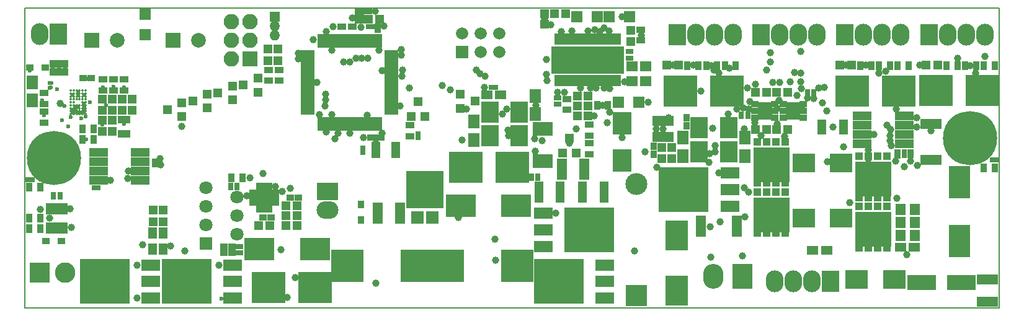
<source format=gbr>
G04 #@! TF.FileFunction,Soldermask,Top*
%FSLAX46Y46*%
G04 Gerber Fmt 4.6, Leading zero omitted, Abs format (unit mm)*
G04 Created by KiCad (PCBNEW 4.0.7) date 06/06/18 14:30:25*
%MOMM*%
%LPD*%
G01*
G04 APERTURE LIST*
%ADD10C,0.100000*%
%ADD11C,0.150000*%
%ADD12R,0.700000X0.750000*%
%ADD13R,0.750000X0.700000*%
%ADD14R,2.000000X2.000000*%
%ADD15C,2.000000*%
%ADD16R,1.200000X1.150000*%
%ADD17R,1.000000X0.900000*%
%ADD18R,4.150000X3.100000*%
%ADD19R,3.100000X4.150000*%
%ADD20R,1.650000X1.900000*%
%ADD21R,1.150000X1.200000*%
%ADD22R,0.900000X1.000000*%
%ADD23R,3.900000X2.000000*%
%ADD24R,1.650000X1.400000*%
%ADD25R,2.900000X1.400000*%
%ADD26R,2.900000X4.400000*%
%ADD27R,1.400000X1.650000*%
%ADD28R,1.200000X1.200000*%
%ADD29R,1.500000X1.500000*%
%ADD30R,1.300000X1.200000*%
%ADD31R,1.800000X1.670000*%
%ADD32R,5.120000X5.200000*%
%ADD33R,3.000000X3.000000*%
%ADD34O,3.000000X3.000000*%
%ADD35R,4.641800X4.210000*%
%ADD36R,0.700000X1.850000*%
%ADD37C,7.400000*%
%ADD38R,2.100000X2.100000*%
%ADD39O,2.100000X2.100000*%
%ADD40R,1.400000X1.400000*%
%ADD41O,1.400000X1.400000*%
%ADD42R,2.750000X3.400000*%
%ADD43O,2.750000X3.400000*%
%ADD44C,1.670000*%
%ADD45R,1.670000X1.670000*%
%ADD46R,2.400000X3.000000*%
%ADD47O,2.400000X3.000000*%
%ADD48R,0.680000X0.830000*%
%ADD49R,4.500000X4.500000*%
%ADD50R,1.300000X2.900000*%
%ADD51R,2.600000X3.100000*%
%ADD52R,3.100000X2.600000*%
%ADD53R,1.030000X0.850000*%
%ADD54R,1.200000X1.450000*%
%ADD55R,4.910000X4.750000*%
%ADD56R,1.100000X1.100000*%
%ADD57R,1.200000X1.300000*%
%ADD58R,2.600000X1.600000*%
%ADD59R,6.800000X6.200000*%
%ADD60R,0.830000X0.680000*%
%ADD61R,1.300000X0.900000*%
%ADD62R,0.900000X1.300000*%
%ADD63R,0.800000X1.000000*%
%ADD64R,1.000000X0.800000*%
%ADD65R,1.400000X2.900000*%
%ADD66R,1.700000X1.100000*%
%ADD67R,1.300000X2.100000*%
%ADD68R,2.599640X1.197560*%
%ADD69R,0.950000X1.900000*%
%ADD70R,1.900000X0.950000*%
%ADD71R,1.050000X1.620000*%
%ADD72R,1.213000X0.705000*%
%ADD73R,0.705000X1.213000*%
%ADD74R,2.254000X2.254000*%
%ADD75R,1.797000X1.797000*%
%ADD76C,1.797000*%
%ADD77C,0.355000*%
%ADD78R,1.050000X1.460000*%
%ADD79R,0.800000X1.500000*%
%ADD80R,1.500000X1.290000*%
%ADD81R,1.149300X0.699720*%
%ADD82R,3.000000X2.400000*%
%ADD83O,3.000000X2.400000*%
%ADD84C,2.800000*%
%ADD85R,2.800000X2.800000*%
%ADD86R,1.000000X0.850000*%
%ADD87R,0.850000X1.000000*%
%ADD88R,1.300000X1.600000*%
%ADD89R,1.600000X1.150000*%
%ADD90R,2.400000X2.900000*%
%ADD91C,1.000000*%
%ADD92C,0.600000*%
G04 APERTURE END LIST*
D10*
D11*
X25000000Y-164000000D02*
X25000000Y-123000000D01*
X158000000Y-164000000D02*
X25000000Y-164000000D01*
X158000000Y-123000000D02*
X158000000Y-164000000D01*
X25000000Y-123000000D02*
X158000000Y-123000000D01*
D12*
X35010000Y-147590000D03*
X34450000Y-147590000D03*
D13*
X145040000Y-142640000D03*
X145040000Y-143200000D03*
D14*
X45200000Y-127450000D03*
D15*
X48700000Y-127450000D03*
D12*
X70920000Y-123420000D03*
X70360000Y-123420000D03*
X70920000Y-124120000D03*
X70360000Y-124120000D03*
X70920000Y-124820000D03*
X70360000Y-124820000D03*
D16*
X71920000Y-124530000D03*
X73420000Y-124530000D03*
D12*
X71920000Y-125560000D03*
X72480000Y-125560000D03*
D13*
X71090000Y-142180000D03*
X71090000Y-142740000D03*
X78670000Y-140750000D03*
X78670000Y-140190000D03*
D16*
X62130000Y-151410000D03*
X60630000Y-151410000D03*
D17*
X61230000Y-148960000D03*
X62330000Y-148960000D03*
D16*
X62130000Y-150060000D03*
X60630000Y-150060000D03*
X62130000Y-152760000D03*
X60630000Y-152760000D03*
D17*
X57520000Y-151650000D03*
X58620000Y-151650000D03*
D16*
X58430000Y-152750000D03*
X56930000Y-152750000D03*
D18*
X64565000Y-155960000D03*
X57015000Y-155960000D03*
D17*
X52190000Y-156450000D03*
X53290000Y-156450000D03*
X52190000Y-155600000D03*
X53290000Y-155600000D03*
D19*
X113990000Y-161625000D03*
X113990000Y-154075000D03*
D18*
X84515000Y-150050000D03*
X92065000Y-150050000D03*
D12*
X88670000Y-133890000D03*
X89230000Y-133890000D03*
D14*
X34100000Y-127450000D03*
D15*
X37600000Y-127450000D03*
D20*
X25980000Y-135650000D03*
X25980000Y-133150000D03*
D21*
X35570000Y-135490000D03*
X35570000Y-136990000D03*
D22*
X30450000Y-131750000D03*
X30450000Y-130650000D03*
X29600000Y-131750000D03*
X29600000Y-130650000D03*
D17*
X34070000Y-132570000D03*
X32970000Y-132570000D03*
D22*
X28750000Y-131750000D03*
X28750000Y-130650000D03*
D21*
X36920000Y-135490000D03*
X36920000Y-136990000D03*
X38270000Y-135490000D03*
X38270000Y-136990000D03*
X39620000Y-135490000D03*
X39620000Y-136990000D03*
X35570000Y-138340000D03*
X35570000Y-139840000D03*
X36920000Y-138340000D03*
X36920000Y-139840000D03*
X113250000Y-142100000D03*
X113250000Y-143600000D03*
X111900000Y-142100000D03*
X111900000Y-143600000D03*
D22*
X110800000Y-143000000D03*
X110800000Y-141900000D03*
X115290000Y-137980000D03*
X115290000Y-139080000D03*
D16*
X127610000Y-139640000D03*
X129110000Y-139640000D03*
X126250000Y-134540000D03*
X124750000Y-134540000D03*
X127600000Y-134540000D03*
X129100000Y-134540000D03*
X126260000Y-139640000D03*
X124760000Y-139640000D03*
D12*
X157040000Y-143780000D03*
X157600000Y-143780000D03*
D16*
X98820000Y-123750000D03*
X97320000Y-123750000D03*
D21*
X95970000Y-123750000D03*
X95970000Y-125250000D03*
D23*
X147440000Y-160510000D03*
X152840000Y-160510000D03*
D24*
X109740000Y-133010000D03*
X109740000Y-131010000D03*
X107910000Y-133010000D03*
X107910000Y-131010000D03*
D16*
X100390000Y-136390000D03*
X101890000Y-136390000D03*
D25*
X156400000Y-163150000D03*
X156400000Y-160150000D03*
D26*
X152590000Y-146820000D03*
X152590000Y-154820000D03*
D27*
X144490000Y-154130000D03*
X146490000Y-154130000D03*
X144490000Y-152330000D03*
X146490000Y-152330000D03*
X144490000Y-150530000D03*
X146490000Y-150530000D03*
D16*
X100380000Y-135030000D03*
X101880000Y-135030000D03*
X100390000Y-137750000D03*
X101890000Y-137750000D03*
D21*
X107680000Y-127610000D03*
X107680000Y-126110000D03*
D28*
X59540000Y-130250000D03*
X59540000Y-128650000D03*
D29*
X41400000Y-126700000D03*
X41400000Y-123900000D03*
D30*
X46430000Y-137840000D03*
X46430000Y-135940000D03*
X44430000Y-136890000D03*
X49890000Y-136690000D03*
X49890000Y-134790000D03*
X47890000Y-135740000D03*
X53340000Y-135590000D03*
X53340000Y-133690000D03*
X51340000Y-134640000D03*
X56790000Y-134500000D03*
X56790000Y-132600000D03*
X54790000Y-133550000D03*
D31*
X80620000Y-151660000D03*
D32*
X79580000Y-147860000D03*
D31*
X78540000Y-151660000D03*
D33*
X108490000Y-162350000D03*
D34*
X108490000Y-147110000D03*
D28*
X114240000Y-130850000D03*
X112640000Y-130850000D03*
X58190000Y-130250000D03*
X58190000Y-128650000D03*
X149600000Y-130850000D03*
X148000000Y-130850000D03*
X137840000Y-130850000D03*
X136240000Y-130850000D03*
D29*
X100320000Y-124250000D03*
X103120000Y-124250000D03*
X107560000Y-124250000D03*
X104760000Y-124250000D03*
X105970000Y-135890000D03*
X108770000Y-135890000D03*
D35*
X58272300Y-161210000D03*
X64647700Y-161210000D03*
X120817700Y-134340000D03*
X114442300Y-134340000D03*
X149322300Y-134320000D03*
X155697700Y-134320000D03*
X137892300Y-134330000D03*
X144267700Y-134330000D03*
D36*
X96670000Y-139530000D03*
X96170000Y-139530000D03*
X95670000Y-139530000D03*
X95170000Y-139530000D03*
X94670000Y-139530000D03*
X94670000Y-143930000D03*
X95170000Y-143930000D03*
X95670000Y-143930000D03*
X96170000Y-143930000D03*
X96670000Y-143930000D03*
D37*
X154010000Y-140810000D03*
D38*
X55690000Y-129950000D03*
D39*
X53150000Y-129950000D03*
X55690000Y-127410000D03*
X53150000Y-127410000D03*
X55690000Y-124870000D03*
X53150000Y-124870000D03*
D40*
X59090000Y-124250000D03*
D41*
X59090000Y-125520000D03*
X59090000Y-126790000D03*
D42*
X122950000Y-159700000D03*
D43*
X118990000Y-159700000D03*
D44*
X84690000Y-126480000D03*
X87230000Y-126480000D03*
X89770000Y-126480000D03*
D45*
X84690000Y-129020000D03*
D44*
X87230000Y-129020000D03*
X89770000Y-129020000D03*
D46*
X125520000Y-126650000D03*
D47*
X128060000Y-126650000D03*
X130600000Y-126650000D03*
X133140000Y-126650000D03*
D46*
X114080000Y-126650000D03*
D47*
X116620000Y-126650000D03*
X119160000Y-126650000D03*
X121700000Y-126650000D03*
D46*
X136950000Y-126650000D03*
D47*
X139490000Y-126650000D03*
X142030000Y-126650000D03*
X144570000Y-126650000D03*
D46*
X148400000Y-126650000D03*
D47*
X150940000Y-126650000D03*
X153480000Y-126650000D03*
X156020000Y-126650000D03*
D48*
X71560000Y-123470000D03*
X72080000Y-123470000D03*
D49*
X78510000Y-158250000D03*
X69010000Y-158250000D03*
D50*
X98040000Y-148200000D03*
X95140000Y-148200000D03*
D49*
X92240000Y-158250000D03*
X82740000Y-158250000D03*
D50*
X101120000Y-148200000D03*
X104020000Y-148200000D03*
D51*
X106500000Y-143850000D03*
X106500000Y-138750000D03*
D52*
X136400000Y-144150000D03*
X131300000Y-144150000D03*
X136400000Y-151700000D03*
X131300000Y-151700000D03*
X143650000Y-160150000D03*
X138550000Y-160150000D03*
D53*
X131200000Y-138040000D03*
X131200000Y-137090000D03*
X131200000Y-136140000D03*
X128520000Y-136140000D03*
X128520000Y-137090000D03*
X128520000Y-138040000D03*
D54*
X129460000Y-136565000D03*
X129460000Y-137615000D03*
X130260000Y-136565000D03*
X130260000Y-137615000D03*
D53*
X127350000Y-138040000D03*
X127350000Y-137090000D03*
X127350000Y-136140000D03*
X124670000Y-136140000D03*
X124670000Y-137090000D03*
X124670000Y-138040000D03*
D54*
X125610000Y-136565000D03*
X125610000Y-137615000D03*
X126410000Y-136565000D03*
X126410000Y-137615000D03*
D55*
X126900000Y-151290000D03*
D56*
X126265000Y-148160000D03*
X127535000Y-148160000D03*
X128805000Y-148160000D03*
X124995000Y-148160000D03*
X124995000Y-153760000D03*
X128805000Y-153760000D03*
X127535000Y-153760000D03*
X126265000Y-153760000D03*
D55*
X126900000Y-144440000D03*
D56*
X126265000Y-141310000D03*
X127535000Y-141310000D03*
X128805000Y-141310000D03*
X124995000Y-141310000D03*
X124995000Y-146910000D03*
X128805000Y-146910000D03*
X127535000Y-146910000D03*
X126265000Y-146910000D03*
D55*
X140790000Y-153280000D03*
D56*
X140155000Y-150150000D03*
X141425000Y-150150000D03*
X142695000Y-150150000D03*
X138885000Y-150150000D03*
X138885000Y-155750000D03*
X142695000Y-155750000D03*
X141425000Y-155750000D03*
X140155000Y-155750000D03*
D55*
X140790000Y-146430000D03*
D56*
X140155000Y-143300000D03*
X141425000Y-143300000D03*
X142695000Y-143300000D03*
X138885000Y-143300000D03*
X138885000Y-148900000D03*
X142695000Y-148900000D03*
X141425000Y-148900000D03*
X140155000Y-148900000D03*
D57*
X77690000Y-137800000D03*
X79590000Y-137800000D03*
X78640000Y-135800000D03*
D58*
X53340000Y-162680000D03*
X53340000Y-160400000D03*
X53340000Y-158120000D03*
D59*
X47040000Y-160400000D03*
D58*
X42190000Y-162680000D03*
X42190000Y-160400000D03*
X42190000Y-158120000D03*
D59*
X35890000Y-160400000D03*
D57*
X98370000Y-142800000D03*
X100270000Y-142800000D03*
X99320000Y-140800000D03*
D58*
X95740000Y-151070000D03*
X95740000Y-153350000D03*
X95740000Y-155630000D03*
D59*
X102040000Y-153350000D03*
D58*
X104140000Y-162680000D03*
X104140000Y-160400000D03*
X104140000Y-158120000D03*
D59*
X97840000Y-160400000D03*
D58*
X121240000Y-150080000D03*
X121240000Y-147800000D03*
X121240000Y-145520000D03*
D59*
X114940000Y-147800000D03*
D60*
X145910000Y-142690000D03*
X145910000Y-143210000D03*
D61*
X59690000Y-132950000D03*
X59690000Y-131450000D03*
D60*
X42740000Y-144480000D03*
X42740000Y-143960000D03*
X144120000Y-143220000D03*
X144120000Y-142700000D03*
D48*
X69910000Y-125560000D03*
X69390000Y-125560000D03*
X67970000Y-125580000D03*
X68490000Y-125580000D03*
D60*
X73190000Y-125520000D03*
X73190000Y-126040000D03*
D48*
X72090000Y-140710000D03*
X72610000Y-140710000D03*
X73770000Y-140700000D03*
X73250000Y-140700000D03*
D61*
X77590000Y-140550000D03*
X77590000Y-139050000D03*
D62*
X25600000Y-153190000D03*
X27100000Y-153190000D03*
X27100000Y-151740000D03*
X25600000Y-151740000D03*
D63*
X28900000Y-148700000D03*
X29800000Y-148700000D03*
X53050000Y-147410000D03*
X53950000Y-147410000D03*
D64*
X54240000Y-156500000D03*
X54240000Y-155600000D03*
D63*
X94120000Y-146100000D03*
X95020000Y-146100000D03*
D62*
X54700000Y-146210000D03*
X53200000Y-146210000D03*
D65*
X117290000Y-152850000D03*
X122190000Y-152850000D03*
D61*
X27600000Y-137200000D03*
X27600000Y-138700000D03*
D62*
X32870000Y-140980000D03*
X34370000Y-140980000D03*
X32870000Y-139530000D03*
X34370000Y-139530000D03*
D61*
X27600000Y-136150000D03*
X27600000Y-134650000D03*
D62*
X155900000Y-144850000D03*
X157400000Y-144850000D03*
D66*
X38520000Y-140190000D03*
X38520000Y-138290000D03*
D61*
X37070000Y-132790000D03*
X37070000Y-134290000D03*
X35620000Y-132790000D03*
X35620000Y-134290000D03*
X38520000Y-132790000D03*
X38520000Y-134290000D03*
D67*
X136710000Y-139240000D03*
X133810000Y-139240000D03*
D63*
X123680000Y-137710000D03*
X122780000Y-137710000D03*
D25*
X148690000Y-143770000D03*
X148690000Y-138870000D03*
D63*
X131820000Y-134630000D03*
X132720000Y-134630000D03*
D62*
X120540000Y-130900000D03*
X122040000Y-130900000D03*
X117990000Y-130900000D03*
X119490000Y-130900000D03*
X157400000Y-130890000D03*
X155900000Y-130890000D03*
X154850000Y-130890000D03*
X153350000Y-130890000D03*
X144140000Y-130900000D03*
X145640000Y-130900000D03*
X141590000Y-130900000D03*
X143090000Y-130900000D03*
D61*
X58240000Y-132950000D03*
X58240000Y-131450000D03*
D62*
X115440000Y-130900000D03*
X116940000Y-130900000D03*
X152300000Y-130890000D03*
X150800000Y-130890000D03*
X139040000Y-130900000D03*
X140540000Y-130900000D03*
D64*
X107490000Y-129850000D03*
X107490000Y-128950000D03*
D62*
X104610000Y-136340000D03*
X103110000Y-136340000D03*
D61*
X102000000Y-143000000D03*
X102000000Y-141500000D03*
X102000000Y-138950000D03*
X102000000Y-140450000D03*
X98960000Y-135440000D03*
X98960000Y-136940000D03*
X109090000Y-125950000D03*
X109090000Y-127450000D03*
D64*
X97750000Y-135290000D03*
X97750000Y-136190000D03*
D68*
X40767660Y-146582460D03*
X40767660Y-145312460D03*
X40767660Y-144047540D03*
X40767660Y-142777540D03*
X35032340Y-142777540D03*
X35032340Y-144047540D03*
X35032340Y-145312460D03*
X35032340Y-146582460D03*
X145057660Y-141582460D03*
X145057660Y-140312460D03*
X145057660Y-139047540D03*
X145057660Y-137777540D03*
X139322340Y-137777540D03*
X139322340Y-139047540D03*
X139322340Y-140312460D03*
X139322340Y-141582460D03*
D69*
X65330000Y-138890000D03*
X66130000Y-138890000D03*
X66930000Y-138890000D03*
X67730000Y-138890000D03*
X68530000Y-138890000D03*
X69330000Y-138890000D03*
X70130000Y-138890000D03*
X70930000Y-138890000D03*
X71730000Y-138890000D03*
X72530000Y-138890000D03*
X73330000Y-138890000D03*
D70*
X75030000Y-137190000D03*
X75030000Y-136390000D03*
X75030000Y-135590000D03*
X75030000Y-134790000D03*
X75030000Y-133990000D03*
X75030000Y-133190000D03*
X75030000Y-132390000D03*
X75030000Y-131590000D03*
X75030000Y-130790000D03*
X75030000Y-129990000D03*
X75030000Y-129190000D03*
D69*
X73330000Y-127490000D03*
X72530000Y-127490000D03*
X71730000Y-127490000D03*
X70930000Y-127490000D03*
X70130000Y-127490000D03*
X69330000Y-127490000D03*
X68530000Y-127490000D03*
X67730000Y-127490000D03*
X66930000Y-127490000D03*
X66130000Y-127490000D03*
X65330000Y-127490000D03*
D70*
X63630000Y-129190000D03*
X63630000Y-129990000D03*
X63630000Y-130790000D03*
X63630000Y-131590000D03*
X63630000Y-132390000D03*
X63630000Y-133190000D03*
X63630000Y-133990000D03*
X63630000Y-134790000D03*
X63630000Y-135590000D03*
X63630000Y-136390000D03*
X63630000Y-137190000D03*
D71*
X28400000Y-153040000D03*
X29350000Y-153040000D03*
X30300000Y-153040000D03*
X30300000Y-150420000D03*
X29350000Y-150420000D03*
X28400000Y-150420000D03*
D72*
X56202000Y-148160000D03*
X56202000Y-148660000D03*
X56202000Y-149160000D03*
X56202000Y-149660000D03*
D73*
X56900000Y-150358000D03*
X57400000Y-150358000D03*
X57900000Y-150358000D03*
X58400000Y-150358000D03*
D72*
X59098000Y-149660000D03*
X59098000Y-149160000D03*
X59098000Y-148660000D03*
X59098000Y-148160000D03*
D73*
X58400000Y-147462000D03*
X57900000Y-147462000D03*
X57400000Y-147462000D03*
X56900000Y-147462000D03*
D74*
X57650000Y-148910000D03*
D75*
X49724000Y-155220000D03*
D76*
X53915000Y-153950000D03*
X49724000Y-152680000D03*
X53915000Y-151410000D03*
X49724000Y-150140000D03*
X53915000Y-148870000D03*
X49724000Y-147600000D03*
D30*
X84420000Y-134810000D03*
X84420000Y-136710000D03*
X86420000Y-135760000D03*
D77*
X33270000Y-137500000D03*
X33270000Y-137100000D03*
X33270000Y-136700000D03*
X33270000Y-136300000D03*
X33270000Y-135900000D03*
X33270000Y-135500000D03*
X33270000Y-135100000D03*
X33270000Y-134700000D03*
X33270000Y-134300000D03*
X32870000Y-134300000D03*
X32870000Y-134700000D03*
X32870000Y-135100000D03*
X32870000Y-135500000D03*
X32870000Y-135900000D03*
X32870000Y-136300000D03*
X32870000Y-136700000D03*
X32870000Y-137100000D03*
X32870000Y-137500000D03*
X32470000Y-137500000D03*
X32470000Y-137100000D03*
X32470000Y-136700000D03*
X32470000Y-136300000D03*
X32470000Y-135500000D03*
X32470000Y-135100000D03*
X32470000Y-134700000D03*
X32470000Y-134300000D03*
X32070000Y-134300000D03*
X32070000Y-134700000D03*
X32070000Y-135100000D03*
X32070000Y-135500000D03*
X32070000Y-136300000D03*
X32070000Y-136700000D03*
X32070000Y-137100000D03*
X32070000Y-137500000D03*
X31670000Y-137500000D03*
X31670000Y-137100000D03*
X31670000Y-136700000D03*
X31670000Y-136300000D03*
X31670000Y-135900000D03*
X31670000Y-135500000D03*
X31670000Y-135100000D03*
X31670000Y-134700000D03*
X31670000Y-134300000D03*
X31270000Y-134300000D03*
X31270000Y-134700000D03*
X31270000Y-135100000D03*
X31270000Y-135500000D03*
X31270000Y-135900000D03*
X31270000Y-136300000D03*
X31270000Y-136700000D03*
X31270000Y-137100000D03*
X31270000Y-137500000D03*
D78*
X113050000Y-138400000D03*
X112100000Y-138400000D03*
X111150000Y-138400000D03*
X111150000Y-140600000D03*
X113050000Y-140600000D03*
X112100000Y-140600000D03*
D79*
X97595000Y-132960000D03*
X98245000Y-132960000D03*
X98895000Y-132960000D03*
X99545000Y-132960000D03*
X100195000Y-132960000D03*
X100845000Y-132960000D03*
X101495000Y-132960000D03*
X102145000Y-132960000D03*
X102795000Y-132960000D03*
X103445000Y-132960000D03*
X104095000Y-132960000D03*
X104745000Y-132960000D03*
X105395000Y-132960000D03*
X106045000Y-132960000D03*
X106045000Y-127260000D03*
X105395000Y-127260000D03*
X104745000Y-127260000D03*
X104095000Y-127260000D03*
X103445000Y-127260000D03*
X102795000Y-127260000D03*
X102145000Y-127260000D03*
X101495000Y-127260000D03*
X100845000Y-127260000D03*
X100195000Y-127260000D03*
X99545000Y-127260000D03*
X98895000Y-127260000D03*
X98245000Y-127260000D03*
X97595000Y-127260000D03*
D80*
X106045000Y-131385000D03*
X106045000Y-130535000D03*
X106045000Y-128835000D03*
X106045000Y-129685000D03*
X104988750Y-129685000D03*
X104988750Y-128835000D03*
X104988750Y-130535000D03*
X104988750Y-131385000D03*
X103932500Y-131385000D03*
X103932500Y-130535000D03*
X103932500Y-128835000D03*
X103932500Y-129685000D03*
X102876250Y-129685000D03*
X102876250Y-128835000D03*
X102876250Y-130535000D03*
X102876250Y-131385000D03*
X101820000Y-131385000D03*
X101820000Y-130535000D03*
X101820000Y-128835000D03*
X101820000Y-129685000D03*
X100763750Y-129685000D03*
X100763750Y-128835000D03*
X100763750Y-130535000D03*
X100763750Y-131385000D03*
X99707500Y-131385000D03*
X99707500Y-130535000D03*
X99707500Y-128835000D03*
X99707500Y-129685000D03*
X98651250Y-129685000D03*
X98651250Y-128835000D03*
X98651250Y-130535000D03*
X98651250Y-131385000D03*
X97595000Y-131385000D03*
X97595000Y-130535000D03*
X97595000Y-128835000D03*
X97595000Y-129685000D03*
D81*
X72875860Y-141650700D03*
X72875860Y-142151080D03*
X72875860Y-142648920D03*
X72875860Y-143149300D03*
X75624140Y-143149300D03*
X75624140Y-142648920D03*
X75624140Y-142151080D03*
X75624140Y-141650700D03*
D12*
X25400000Y-146450000D03*
X25960000Y-146450000D03*
D35*
X85142300Y-144800000D03*
X91517700Y-144800000D03*
D37*
X29000000Y-143500000D03*
D62*
X25600000Y-147520000D03*
X27100000Y-147520000D03*
D82*
X66330000Y-148100000D03*
D83*
X66330000Y-150640000D03*
D46*
X29550000Y-126600000D03*
D47*
X27010000Y-126600000D03*
D84*
X30500000Y-159200000D03*
D85*
X27000000Y-159200000D03*
D86*
X27750000Y-131150000D03*
X25650000Y-131150000D03*
X27850000Y-154900000D03*
X29950000Y-154900000D03*
D87*
X70880000Y-149900000D03*
X70880000Y-152000000D03*
D28*
X42540000Y-152240000D03*
X42540000Y-150640000D03*
X43890000Y-152250000D03*
X43890000Y-150650000D03*
D88*
X42390000Y-155990000D03*
X42390000Y-153790000D03*
X43840000Y-156000000D03*
X43840000Y-153800000D03*
D65*
X73170000Y-151050000D03*
X76170000Y-151050000D03*
X98320000Y-145050000D03*
X101320000Y-145050000D03*
D46*
X134950000Y-160350000D03*
D47*
X132410000Y-160350000D03*
X129870000Y-160350000D03*
X127330000Y-160350000D03*
D20*
X94700000Y-137530000D03*
X94700000Y-135030000D03*
X86250000Y-141060000D03*
X86250000Y-138560000D03*
X123280000Y-143260000D03*
X123280000Y-140760000D03*
X114830000Y-143250000D03*
X114830000Y-140750000D03*
D89*
X146390000Y-155700000D03*
X144490000Y-155700000D03*
X132520000Y-156130000D03*
X134420000Y-156130000D03*
X88020000Y-134910000D03*
X89920000Y-134910000D03*
D90*
X117050000Y-142650000D03*
X121050000Y-142650000D03*
X88470000Y-137210000D03*
X92470000Y-137210000D03*
X92470000Y-140460000D03*
X88470000Y-140460000D03*
X117050000Y-139400000D03*
X121050000Y-139400000D03*
D91*
X117260000Y-134399999D03*
X87680000Y-133900000D03*
X94670000Y-142550000D03*
X126248909Y-131521091D03*
X123975028Y-135790010D03*
X134480000Y-137070000D03*
X146740000Y-139240000D03*
X143876446Y-143973554D03*
X140120000Y-142450000D03*
X133830000Y-135950000D03*
X130070000Y-131800000D03*
X36680000Y-146600000D03*
X43520000Y-144450000D03*
X57460000Y-145630000D03*
X61230000Y-147640000D03*
X71200000Y-140740000D03*
X72875860Y-141510000D03*
X73788316Y-140129999D03*
X83100000Y-134210000D03*
X74020000Y-125490000D03*
X69670000Y-124340000D03*
X67040000Y-125530000D03*
X119004779Y-131524908D03*
X109680000Y-142680000D03*
X112825002Y-138050000D03*
X111250000Y-144743658D03*
X123020000Y-136640000D03*
X121200000Y-131250000D03*
X129480000Y-133059999D03*
X146710000Y-138050000D03*
X145040000Y-144670000D03*
X143960000Y-136820000D03*
X147120000Y-130820000D03*
X154000000Y-130890000D03*
X142520000Y-131670000D03*
X76450000Y-132380000D03*
X77460000Y-133930000D03*
X71740000Y-137670000D03*
X73780000Y-131590000D03*
X66890000Y-128800000D03*
X70910000Y-125610000D03*
X64900000Y-133210000D03*
X72800000Y-123480000D03*
X61930000Y-159850000D03*
X72920000Y-160590000D03*
X99341728Y-141509990D03*
X55700000Y-146190000D03*
X118620000Y-157050000D03*
X90140000Y-137480000D03*
X119890000Y-152200000D03*
X122940000Y-156880000D03*
D92*
X31480000Y-134910000D03*
X25650000Y-131580000D03*
D91*
X44850000Y-155540000D03*
D92*
X51850000Y-162770000D03*
X36110000Y-136300000D03*
X33060000Y-136100000D03*
X32270000Y-134900000D03*
D91*
X119250000Y-142650000D03*
X121030000Y-137480000D03*
X123230000Y-139530000D03*
X156020000Y-129600000D03*
X145390000Y-156730000D03*
X123760000Y-136800000D03*
X123180000Y-147610000D03*
X96170000Y-130030000D03*
X134500000Y-144030000D03*
X123640000Y-133960000D03*
X104100000Y-125750000D03*
X95960000Y-124430000D03*
X96750000Y-125330000D03*
X106480000Y-124220000D03*
X102800000Y-126030000D03*
X106820000Y-133060000D03*
X102960000Y-133980000D03*
X103860000Y-136350000D03*
X98600000Y-134520000D03*
X104820000Y-137290000D03*
X104810000Y-133990000D03*
X152510000Y-146890000D03*
X144050000Y-149060000D03*
X146780000Y-144560000D03*
X102160000Y-133970000D03*
X102720000Y-137760000D03*
X46420000Y-139170000D03*
X27100000Y-150500000D03*
X154810000Y-131920000D03*
X130880000Y-133090000D03*
X87770000Y-132360000D03*
X65970000Y-136420000D03*
X87155891Y-132024014D03*
X141580000Y-131910000D03*
X130930000Y-131950000D03*
X66010000Y-135530000D03*
X86656890Y-131533081D03*
X118710000Y-130890000D03*
X66050686Y-134800686D03*
X113450000Y-130840000D03*
X116280000Y-130850000D03*
X123250000Y-151540000D03*
X108250000Y-156240000D03*
X118550000Y-152930000D03*
X95740000Y-155630000D03*
X152300000Y-129860000D03*
X119250001Y-141850000D03*
X134110000Y-133860000D03*
X143190000Y-139640000D03*
X126750000Y-130360000D03*
X126750000Y-129140000D03*
X94600000Y-140890000D03*
X68540000Y-130390000D03*
X60100000Y-148110000D03*
X39150000Y-145320000D03*
D92*
X32660000Y-138110000D03*
D91*
X98210000Y-126210000D03*
X123770000Y-148190000D03*
X128660000Y-140550000D03*
X140160000Y-143710000D03*
X125520000Y-140470000D03*
X99620000Y-126160000D03*
X127110000Y-133160000D03*
X103510000Y-126220000D03*
X137630000Y-149590000D03*
X101830000Y-126140000D03*
X136730000Y-142020000D03*
X46840000Y-156200000D03*
X31180000Y-150420000D03*
X41080000Y-155400000D03*
X40330000Y-162610000D03*
X135320000Y-139310000D03*
X104080000Y-133980000D03*
X104470000Y-138690000D03*
X109100000Y-126790000D03*
X104730000Y-126190000D03*
X100820000Y-133950000D03*
X97740000Y-134570000D03*
X143060000Y-141160000D03*
X96240000Y-132890000D03*
X66920000Y-137610000D03*
X84670000Y-141050000D03*
X91010000Y-140500000D03*
X89180000Y-154610000D03*
X89210000Y-157520000D03*
X119710000Y-145570000D03*
D92*
X33070000Y-134900000D03*
X33420000Y-132650000D03*
X31260000Y-137900000D03*
X30450000Y-131200000D03*
X28590000Y-133280000D03*
X28580000Y-133900000D03*
X33270000Y-137870000D03*
X28330000Y-133280000D03*
X28330000Y-133920000D03*
X29600000Y-131220000D03*
X28750000Y-131200000D03*
X29390000Y-134110000D03*
D91*
X124660000Y-138720000D03*
X124740000Y-133450000D03*
X106500000Y-140690000D03*
X131850000Y-135330000D03*
X120850000Y-134400000D03*
X122190000Y-136790000D03*
X132720000Y-135370000D03*
X71773646Y-129879990D03*
D92*
X27580000Y-137650000D03*
X31460000Y-137300000D03*
X33340000Y-140970000D03*
X33060000Y-137290000D03*
X31470000Y-136910000D03*
X27320000Y-135650000D03*
X38540000Y-138840000D03*
X33060000Y-136890000D03*
X31870000Y-136900000D03*
X37070000Y-133820000D03*
X32260000Y-134500000D03*
X35610000Y-133840000D03*
X38520000Y-133840000D03*
X32270000Y-137300000D03*
D91*
X111150000Y-139560000D03*
X112090000Y-139530000D03*
X148690000Y-139780000D03*
X81950000Y-133630000D03*
X137050000Y-130840000D03*
X139760000Y-130850000D03*
X118450002Y-142900000D03*
X67730000Y-140160000D03*
X65210000Y-137590000D03*
X119760000Y-131900000D03*
X130960000Y-134010000D03*
X66090000Y-140000000D03*
X62350000Y-129200000D03*
X70950000Y-129880000D03*
X62320000Y-130000000D03*
X70160000Y-129870000D03*
X73330000Y-128760000D03*
X130360000Y-134990000D03*
X76410000Y-129430000D03*
X127928312Y-135626131D03*
X76540000Y-131490000D03*
X100270000Y-139560001D03*
X90740000Y-136830000D03*
X76240000Y-136390000D03*
X145920000Y-143940000D03*
X140910000Y-140300000D03*
X64340000Y-127340000D03*
X43480000Y-143630000D03*
X142692460Y-139047540D03*
X66150000Y-126270000D03*
X29810000Y-136100000D03*
D92*
X32270000Y-136490000D03*
D91*
X67290000Y-140930000D03*
X31370000Y-153030000D03*
X69340000Y-140130000D03*
X143110000Y-140430000D03*
X76400000Y-128700000D03*
X96160000Y-132100000D03*
X110110000Y-135860000D03*
X126900000Y-151290000D03*
X147690000Y-160540000D03*
X136540000Y-151780000D03*
X55313511Y-148660000D03*
D92*
X30041778Y-138308222D03*
X30360000Y-136390000D03*
X30950000Y-139220000D03*
X33080000Y-136510000D03*
X31870000Y-137280000D03*
X31870000Y-136500000D03*
D91*
X97480000Y-151080000D03*
X84180000Y-151660000D03*
X59930000Y-156070000D03*
X118407773Y-144078886D03*
X133380000Y-133920000D03*
X143250000Y-141860000D03*
X95630000Y-141140000D03*
X69340000Y-130380000D03*
X59200000Y-147400000D03*
X39060000Y-146270000D03*
D92*
X32660000Y-137310000D03*
D91*
X118838554Y-139468554D03*
X127660000Y-138830000D03*
X131060002Y-136765002D03*
X127670000Y-136780000D03*
X128000000Y-133160001D03*
X130930000Y-128980000D03*
X85300000Y-136790000D03*
X94730000Y-136330000D03*
X90900000Y-139710000D03*
D92*
X33890000Y-135900000D03*
X35540000Y-138940000D03*
D91*
X28410000Y-151760000D03*
X60830000Y-162600000D03*
X51500000Y-158130000D03*
X40300000Y-158200000D03*
M02*

</source>
